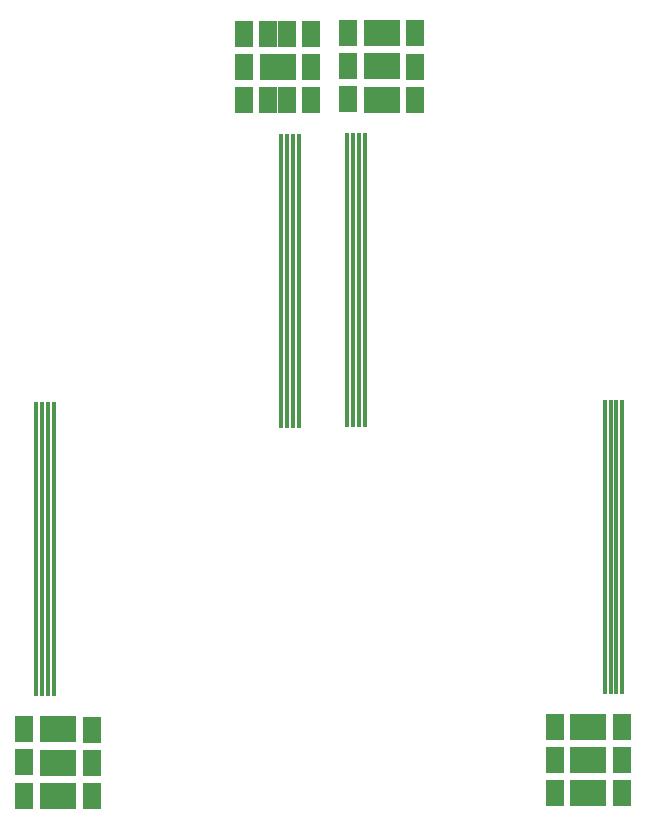
<source format=gbr>
G04 #@! TF.GenerationSoftware,KiCad,Pcbnew,(5.1.5)-3*
G04 #@! TF.CreationDate,2021-03-18T13:29:50-04:00*
G04 #@! TF.ProjectId,LED_Harness_3x2_RED+BLUE,4c45445f-4861-4726-9e65-73735f337832,rev?*
G04 #@! TF.SameCoordinates,Original*
G04 #@! TF.FileFunction,Paste,Top*
G04 #@! TF.FilePolarity,Positive*
%FSLAX46Y46*%
G04 Gerber Fmt 4.6, Leading zero omitted, Abs format (unit mm)*
G04 Created by KiCad (PCBNEW (5.1.5)-3) date 2021-03-18 13:29:50*
%MOMM*%
%LPD*%
G04 APERTURE LIST*
%ADD10R,1.500000X2.250000*%
%ADD11R,0.300000X25.000000*%
G04 APERTURE END LIST*
D10*
X163014660Y-123705620D03*
X160916620Y-123690380D03*
X157294580Y-120869710D03*
X159392620Y-120884950D03*
X159387540Y-118074440D03*
X157289500Y-118059200D03*
X159387540Y-123692920D03*
X157289500Y-123677680D03*
X160919160Y-120883680D03*
X163017200Y-120898920D03*
X163012120Y-118087140D03*
X160914080Y-118071900D03*
D11*
X141237400Y-80247200D03*
X140737400Y-80247200D03*
X140237400Y-80247200D03*
X139737400Y-80247200D03*
X163030600Y-102878600D03*
X162530600Y-102878600D03*
X162030600Y-102878600D03*
X161530600Y-102878600D03*
D10*
X143413480Y-59347100D03*
X145511520Y-59362340D03*
X141892020Y-62160150D03*
X139793980Y-62144910D03*
X139788900Y-64952880D03*
X141886940Y-64968120D03*
X139788900Y-59334400D03*
X141886940Y-59349640D03*
X145516600Y-62174120D03*
X143418560Y-62158880D03*
X143416020Y-64965580D03*
X145514060Y-64980820D03*
X114498120Y-123913900D03*
X112400080Y-123898660D03*
X116019580Y-121100850D03*
X118117620Y-121116090D03*
X118122700Y-118308120D03*
X116024660Y-118292880D03*
X118122700Y-123926600D03*
X116024660Y-123911360D03*
D11*
X134170800Y-80289400D03*
X134670800Y-80289400D03*
X135170800Y-80289400D03*
X135670800Y-80289400D03*
D10*
X112395000Y-121086880D03*
X114493040Y-121102120D03*
X114495580Y-118295420D03*
X112397540Y-118280180D03*
D11*
X113427000Y-103022400D03*
X113927000Y-103022400D03*
X114427000Y-103022400D03*
X114927000Y-103022400D03*
D10*
X133073140Y-65018920D03*
X130975100Y-65003680D03*
X130980180Y-62195710D03*
X133078220Y-62210950D03*
X133073140Y-59400440D03*
X130975100Y-59385200D03*
X136700260Y-65031620D03*
X134602220Y-65016380D03*
X134604760Y-62209680D03*
X136702800Y-62224920D03*
X136697720Y-59413140D03*
X134599680Y-59397900D03*
M02*

</source>
